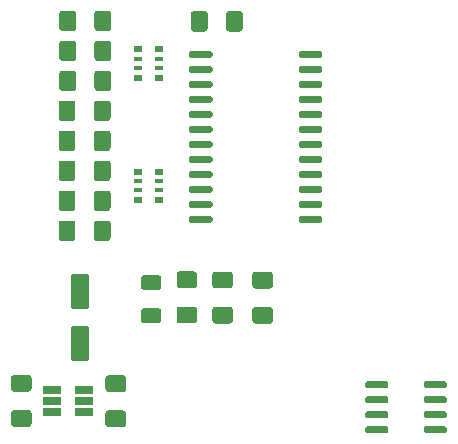
<source format=gbr>
G04 #@! TF.GenerationSoftware,KiCad,Pcbnew,5.1.6-1.fc32*
G04 #@! TF.CreationDate,2020-06-02T17:43:18-04:00*
G04 #@! TF.ProjectId,binarydispattiny,62696e61-7279-4646-9973-70617474696e,0.3*
G04 #@! TF.SameCoordinates,Original*
G04 #@! TF.FileFunction,Paste,Top*
G04 #@! TF.FilePolarity,Positive*
%FSLAX46Y46*%
G04 Gerber Fmt 4.6, Leading zero omitted, Abs format (unit mm)*
G04 Created by KiCad (PCBNEW 5.1.6-1.fc32) date 2020-06-02 17:43:18*
%MOMM*%
%LPD*%
G01*
G04 APERTURE LIST*
%ADD10R,1.560000X0.650000*%
%ADD11R,0.800000X0.500000*%
%ADD12R,0.800000X0.400000*%
G04 APERTURE END LIST*
G36*
G01*
X128539400Y-100748800D02*
X127289400Y-100748800D01*
G75*
G02*
X127039400Y-100498800I0J250000D01*
G01*
X127039400Y-99573800D01*
G75*
G02*
X127289400Y-99323800I250000J0D01*
G01*
X128539400Y-99323800D01*
G75*
G02*
X128789400Y-99573800I0J-250000D01*
G01*
X128789400Y-100498800D01*
G75*
G02*
X128539400Y-100748800I-250000J0D01*
G01*
G37*
G36*
G01*
X128539400Y-103723800D02*
X127289400Y-103723800D01*
G75*
G02*
X127039400Y-103473800I0J250000D01*
G01*
X127039400Y-102548800D01*
G75*
G02*
X127289400Y-102298800I250000J0D01*
G01*
X128539400Y-102298800D01*
G75*
G02*
X128789400Y-102548800I0J-250000D01*
G01*
X128789400Y-103473800D01*
G75*
G02*
X128539400Y-103723800I-250000J0D01*
G01*
G37*
G36*
G01*
X133702900Y-102324200D02*
X134952900Y-102324200D01*
G75*
G02*
X135202900Y-102574200I0J-250000D01*
G01*
X135202900Y-103499200D01*
G75*
G02*
X134952900Y-103749200I-250000J0D01*
G01*
X133702900Y-103749200D01*
G75*
G02*
X133452900Y-103499200I0J250000D01*
G01*
X133452900Y-102574200D01*
G75*
G02*
X133702900Y-102324200I250000J0D01*
G01*
G37*
G36*
G01*
X133702900Y-99349200D02*
X134952900Y-99349200D01*
G75*
G02*
X135202900Y-99599200I0J-250000D01*
G01*
X135202900Y-100524200D01*
G75*
G02*
X134952900Y-100774200I-250000J0D01*
G01*
X133702900Y-100774200D01*
G75*
G02*
X133452900Y-100524200I0J250000D01*
G01*
X133452900Y-99599200D01*
G75*
G02*
X133702900Y-99349200I250000J0D01*
G01*
G37*
G36*
G01*
X131562000Y-100761500D02*
X130312000Y-100761500D01*
G75*
G02*
X130062000Y-100511500I0J250000D01*
G01*
X130062000Y-99586500D01*
G75*
G02*
X130312000Y-99336500I250000J0D01*
G01*
X131562000Y-99336500D01*
G75*
G02*
X131812000Y-99586500I0J-250000D01*
G01*
X131812000Y-100511500D01*
G75*
G02*
X131562000Y-100761500I-250000J0D01*
G01*
G37*
G36*
G01*
X131562000Y-103736500D02*
X130312000Y-103736500D01*
G75*
G02*
X130062000Y-103486500I0J250000D01*
G01*
X130062000Y-102561500D01*
G75*
G02*
X130312000Y-102311500I250000J0D01*
G01*
X131562000Y-102311500D01*
G75*
G02*
X131812000Y-102561500I0J-250000D01*
G01*
X131812000Y-103486500D01*
G75*
G02*
X131562000Y-103736500I-250000J0D01*
G01*
G37*
G36*
G01*
X131229400Y-78768100D02*
X131229400Y-77518100D01*
G75*
G02*
X131479400Y-77268100I250000J0D01*
G01*
X132404400Y-77268100D01*
G75*
G02*
X132654400Y-77518100I0J-250000D01*
G01*
X132654400Y-78768100D01*
G75*
G02*
X132404400Y-79018100I-250000J0D01*
G01*
X131479400Y-79018100D01*
G75*
G02*
X131229400Y-78768100I0J250000D01*
G01*
G37*
G36*
G01*
X128254400Y-78768100D02*
X128254400Y-77518100D01*
G75*
G02*
X128504400Y-77268100I250000J0D01*
G01*
X129429400Y-77268100D01*
G75*
G02*
X129679400Y-77518100I0J-250000D01*
G01*
X129679400Y-78768100D01*
G75*
G02*
X129429400Y-79018100I-250000J0D01*
G01*
X128504400Y-79018100D01*
G75*
G02*
X128254400Y-78768100I0J250000D01*
G01*
G37*
G36*
G01*
X113268600Y-111061800D02*
X114518600Y-111061800D01*
G75*
G02*
X114768600Y-111311800I0J-250000D01*
G01*
X114768600Y-112236800D01*
G75*
G02*
X114518600Y-112486800I-250000J0D01*
G01*
X113268600Y-112486800D01*
G75*
G02*
X113018600Y-112236800I0J250000D01*
G01*
X113018600Y-111311800D01*
G75*
G02*
X113268600Y-111061800I250000J0D01*
G01*
G37*
G36*
G01*
X113268600Y-108086800D02*
X114518600Y-108086800D01*
G75*
G02*
X114768600Y-108336800I0J-250000D01*
G01*
X114768600Y-109261800D01*
G75*
G02*
X114518600Y-109511800I-250000J0D01*
G01*
X113268600Y-109511800D01*
G75*
G02*
X113018600Y-109261800I0J250000D01*
G01*
X113018600Y-108336800D01*
G75*
G02*
X113268600Y-108086800I250000J0D01*
G01*
G37*
G36*
G01*
X122519600Y-109537200D02*
X121269600Y-109537200D01*
G75*
G02*
X121019600Y-109287200I0J250000D01*
G01*
X121019600Y-108362200D01*
G75*
G02*
X121269600Y-108112200I250000J0D01*
G01*
X122519600Y-108112200D01*
G75*
G02*
X122769600Y-108362200I0J-250000D01*
G01*
X122769600Y-109287200D01*
G75*
G02*
X122519600Y-109537200I-250000J0D01*
G01*
G37*
G36*
G01*
X122519600Y-112512200D02*
X121269600Y-112512200D01*
G75*
G02*
X121019600Y-112262200I0J250000D01*
G01*
X121019600Y-111337200D01*
G75*
G02*
X121269600Y-111087200I250000J0D01*
G01*
X122519600Y-111087200D01*
G75*
G02*
X122769600Y-111337200I0J-250000D01*
G01*
X122769600Y-112262200D01*
G75*
G02*
X122519600Y-112512200I-250000J0D01*
G01*
G37*
G36*
G01*
X118478000Y-95260000D02*
X118478000Y-96510000D01*
G75*
G02*
X118228000Y-96760000I-250000J0D01*
G01*
X117303000Y-96760000D01*
G75*
G02*
X117053000Y-96510000I0J250000D01*
G01*
X117053000Y-95260000D01*
G75*
G02*
X117303000Y-95010000I250000J0D01*
G01*
X118228000Y-95010000D01*
G75*
G02*
X118478000Y-95260000I0J-250000D01*
G01*
G37*
G36*
G01*
X121453000Y-95260000D02*
X121453000Y-96510000D01*
G75*
G02*
X121203000Y-96760000I-250000J0D01*
G01*
X120278000Y-96760000D01*
G75*
G02*
X120028000Y-96510000I0J250000D01*
G01*
X120028000Y-95260000D01*
G75*
G02*
X120278000Y-95010000I250000J0D01*
G01*
X121203000Y-95010000D01*
G75*
G02*
X121453000Y-95260000I0J-250000D01*
G01*
G37*
G36*
G01*
X121453000Y-92720000D02*
X121453000Y-93970000D01*
G75*
G02*
X121203000Y-94220000I-250000J0D01*
G01*
X120278000Y-94220000D01*
G75*
G02*
X120028000Y-93970000I0J250000D01*
G01*
X120028000Y-92720000D01*
G75*
G02*
X120278000Y-92470000I250000J0D01*
G01*
X121203000Y-92470000D01*
G75*
G02*
X121453000Y-92720000I0J-250000D01*
G01*
G37*
G36*
G01*
X118478000Y-92720000D02*
X118478000Y-93970000D01*
G75*
G02*
X118228000Y-94220000I-250000J0D01*
G01*
X117303000Y-94220000D01*
G75*
G02*
X117053000Y-93970000I0J250000D01*
G01*
X117053000Y-92720000D01*
G75*
G02*
X117303000Y-92470000I250000J0D01*
G01*
X118228000Y-92470000D01*
G75*
G02*
X118478000Y-92720000I0J-250000D01*
G01*
G37*
G36*
G01*
X118478000Y-90180000D02*
X118478000Y-91430000D01*
G75*
G02*
X118228000Y-91680000I-250000J0D01*
G01*
X117303000Y-91680000D01*
G75*
G02*
X117053000Y-91430000I0J250000D01*
G01*
X117053000Y-90180000D01*
G75*
G02*
X117303000Y-89930000I250000J0D01*
G01*
X118228000Y-89930000D01*
G75*
G02*
X118478000Y-90180000I0J-250000D01*
G01*
G37*
G36*
G01*
X121453000Y-90180000D02*
X121453000Y-91430000D01*
G75*
G02*
X121203000Y-91680000I-250000J0D01*
G01*
X120278000Y-91680000D01*
G75*
G02*
X120028000Y-91430000I0J250000D01*
G01*
X120028000Y-90180000D01*
G75*
G02*
X120278000Y-89930000I250000J0D01*
G01*
X121203000Y-89930000D01*
G75*
G02*
X121453000Y-90180000I0J-250000D01*
G01*
G37*
G36*
G01*
X121453000Y-87640000D02*
X121453000Y-88890000D01*
G75*
G02*
X121203000Y-89140000I-250000J0D01*
G01*
X120278000Y-89140000D01*
G75*
G02*
X120028000Y-88890000I0J250000D01*
G01*
X120028000Y-87640000D01*
G75*
G02*
X120278000Y-87390000I250000J0D01*
G01*
X121203000Y-87390000D01*
G75*
G02*
X121453000Y-87640000I0J-250000D01*
G01*
G37*
G36*
G01*
X118478000Y-87640000D02*
X118478000Y-88890000D01*
G75*
G02*
X118228000Y-89140000I-250000J0D01*
G01*
X117303000Y-89140000D01*
G75*
G02*
X117053000Y-88890000I0J250000D01*
G01*
X117053000Y-87640000D01*
G75*
G02*
X117303000Y-87390000I250000J0D01*
G01*
X118228000Y-87390000D01*
G75*
G02*
X118478000Y-87640000I0J-250000D01*
G01*
G37*
G36*
G01*
X118478000Y-85100000D02*
X118478000Y-86350000D01*
G75*
G02*
X118228000Y-86600000I-250000J0D01*
G01*
X117303000Y-86600000D01*
G75*
G02*
X117053000Y-86350000I0J250000D01*
G01*
X117053000Y-85100000D01*
G75*
G02*
X117303000Y-84850000I250000J0D01*
G01*
X118228000Y-84850000D01*
G75*
G02*
X118478000Y-85100000I0J-250000D01*
G01*
G37*
G36*
G01*
X121453000Y-85100000D02*
X121453000Y-86350000D01*
G75*
G02*
X121203000Y-86600000I-250000J0D01*
G01*
X120278000Y-86600000D01*
G75*
G02*
X120028000Y-86350000I0J250000D01*
G01*
X120028000Y-85100000D01*
G75*
G02*
X120278000Y-84850000I250000J0D01*
G01*
X121203000Y-84850000D01*
G75*
G02*
X121453000Y-85100000I0J-250000D01*
G01*
G37*
G36*
G01*
X121516500Y-82560000D02*
X121516500Y-83810000D01*
G75*
G02*
X121266500Y-84060000I-250000J0D01*
G01*
X120341500Y-84060000D01*
G75*
G02*
X120091500Y-83810000I0J250000D01*
G01*
X120091500Y-82560000D01*
G75*
G02*
X120341500Y-82310000I250000J0D01*
G01*
X121266500Y-82310000D01*
G75*
G02*
X121516500Y-82560000I0J-250000D01*
G01*
G37*
G36*
G01*
X118541500Y-82560000D02*
X118541500Y-83810000D01*
G75*
G02*
X118291500Y-84060000I-250000J0D01*
G01*
X117366500Y-84060000D01*
G75*
G02*
X117116500Y-83810000I0J250000D01*
G01*
X117116500Y-82560000D01*
G75*
G02*
X117366500Y-82310000I250000J0D01*
G01*
X118291500Y-82310000D01*
G75*
G02*
X118541500Y-82560000I0J-250000D01*
G01*
G37*
G36*
G01*
X121516500Y-80020000D02*
X121516500Y-81270000D01*
G75*
G02*
X121266500Y-81520000I-250000J0D01*
G01*
X120341500Y-81520000D01*
G75*
G02*
X120091500Y-81270000I0J250000D01*
G01*
X120091500Y-80020000D01*
G75*
G02*
X120341500Y-79770000I250000J0D01*
G01*
X121266500Y-79770000D01*
G75*
G02*
X121516500Y-80020000I0J-250000D01*
G01*
G37*
G36*
G01*
X118541500Y-80020000D02*
X118541500Y-81270000D01*
G75*
G02*
X118291500Y-81520000I-250000J0D01*
G01*
X117366500Y-81520000D01*
G75*
G02*
X117116500Y-81270000I0J250000D01*
G01*
X117116500Y-80020000D01*
G75*
G02*
X117366500Y-79770000I250000J0D01*
G01*
X118291500Y-79770000D01*
G75*
G02*
X118541500Y-80020000I0J-250000D01*
G01*
G37*
G36*
G01*
X118541500Y-77480000D02*
X118541500Y-78730000D01*
G75*
G02*
X118291500Y-78980000I-250000J0D01*
G01*
X117366500Y-78980000D01*
G75*
G02*
X117116500Y-78730000I0J250000D01*
G01*
X117116500Y-77480000D01*
G75*
G02*
X117366500Y-77230000I250000J0D01*
G01*
X118291500Y-77230000D01*
G75*
G02*
X118541500Y-77480000I0J-250000D01*
G01*
G37*
G36*
G01*
X121516500Y-77480000D02*
X121516500Y-78730000D01*
G75*
G02*
X121266500Y-78980000I-250000J0D01*
G01*
X120341500Y-78980000D01*
G75*
G02*
X120091500Y-78730000I0J250000D01*
G01*
X120091500Y-77480000D01*
G75*
G02*
X120341500Y-77230000I250000J0D01*
G01*
X121266500Y-77230000D01*
G75*
G02*
X121516500Y-77480000I0J-250000D01*
G01*
G37*
G36*
G01*
X143029260Y-109075360D02*
X143029260Y-108775360D01*
G75*
G02*
X143179260Y-108625360I150000J0D01*
G01*
X144829260Y-108625360D01*
G75*
G02*
X144979260Y-108775360I0J-150000D01*
G01*
X144979260Y-109075360D01*
G75*
G02*
X144829260Y-109225360I-150000J0D01*
G01*
X143179260Y-109225360D01*
G75*
G02*
X143029260Y-109075360I0J150000D01*
G01*
G37*
G36*
G01*
X143029260Y-110345360D02*
X143029260Y-110045360D01*
G75*
G02*
X143179260Y-109895360I150000J0D01*
G01*
X144829260Y-109895360D01*
G75*
G02*
X144979260Y-110045360I0J-150000D01*
G01*
X144979260Y-110345360D01*
G75*
G02*
X144829260Y-110495360I-150000J0D01*
G01*
X143179260Y-110495360D01*
G75*
G02*
X143029260Y-110345360I0J150000D01*
G01*
G37*
G36*
G01*
X143029260Y-111615360D02*
X143029260Y-111315360D01*
G75*
G02*
X143179260Y-111165360I150000J0D01*
G01*
X144829260Y-111165360D01*
G75*
G02*
X144979260Y-111315360I0J-150000D01*
G01*
X144979260Y-111615360D01*
G75*
G02*
X144829260Y-111765360I-150000J0D01*
G01*
X143179260Y-111765360D01*
G75*
G02*
X143029260Y-111615360I0J150000D01*
G01*
G37*
G36*
G01*
X143029260Y-112885360D02*
X143029260Y-112585360D01*
G75*
G02*
X143179260Y-112435360I150000J0D01*
G01*
X144829260Y-112435360D01*
G75*
G02*
X144979260Y-112585360I0J-150000D01*
G01*
X144979260Y-112885360D01*
G75*
G02*
X144829260Y-113035360I-150000J0D01*
G01*
X143179260Y-113035360D01*
G75*
G02*
X143029260Y-112885360I0J150000D01*
G01*
G37*
G36*
G01*
X147979260Y-112885360D02*
X147979260Y-112585360D01*
G75*
G02*
X148129260Y-112435360I150000J0D01*
G01*
X149779260Y-112435360D01*
G75*
G02*
X149929260Y-112585360I0J-150000D01*
G01*
X149929260Y-112885360D01*
G75*
G02*
X149779260Y-113035360I-150000J0D01*
G01*
X148129260Y-113035360D01*
G75*
G02*
X147979260Y-112885360I0J150000D01*
G01*
G37*
G36*
G01*
X147979260Y-111615360D02*
X147979260Y-111315360D01*
G75*
G02*
X148129260Y-111165360I150000J0D01*
G01*
X149779260Y-111165360D01*
G75*
G02*
X149929260Y-111315360I0J-150000D01*
G01*
X149929260Y-111615360D01*
G75*
G02*
X149779260Y-111765360I-150000J0D01*
G01*
X148129260Y-111765360D01*
G75*
G02*
X147979260Y-111615360I0J150000D01*
G01*
G37*
G36*
G01*
X147979260Y-110345360D02*
X147979260Y-110045360D01*
G75*
G02*
X148129260Y-109895360I150000J0D01*
G01*
X149779260Y-109895360D01*
G75*
G02*
X149929260Y-110045360I0J-150000D01*
G01*
X149929260Y-110345360D01*
G75*
G02*
X149779260Y-110495360I-150000J0D01*
G01*
X148129260Y-110495360D01*
G75*
G02*
X147979260Y-110345360I0J150000D01*
G01*
G37*
G36*
G01*
X147979260Y-109075360D02*
X147979260Y-108775360D01*
G75*
G02*
X148129260Y-108625360I150000J0D01*
G01*
X149779260Y-108625360D01*
G75*
G02*
X149929260Y-108775360I0J-150000D01*
G01*
X149929260Y-109075360D01*
G75*
G02*
X149779260Y-109225360I-150000J0D01*
G01*
X148129260Y-109225360D01*
G75*
G02*
X147979260Y-109075360I0J150000D01*
G01*
G37*
G36*
G01*
X124266800Y-99643580D02*
X125516800Y-99643580D01*
G75*
G02*
X125766800Y-99893580I0J-250000D01*
G01*
X125766800Y-100643580D01*
G75*
G02*
X125516800Y-100893580I-250000J0D01*
G01*
X124266800Y-100893580D01*
G75*
G02*
X124016800Y-100643580I0J250000D01*
G01*
X124016800Y-99893580D01*
G75*
G02*
X124266800Y-99643580I250000J0D01*
G01*
G37*
G36*
G01*
X124266800Y-102443580D02*
X125516800Y-102443580D01*
G75*
G02*
X125766800Y-102693580I0J-250000D01*
G01*
X125766800Y-103443580D01*
G75*
G02*
X125516800Y-103693580I-250000J0D01*
G01*
X124266800Y-103693580D01*
G75*
G02*
X124016800Y-103443580I0J250000D01*
G01*
X124016800Y-102693580D01*
G75*
G02*
X124266800Y-102443580I250000J0D01*
G01*
G37*
D10*
X116493300Y-109349500D03*
X116493300Y-110299500D03*
X116493300Y-111249500D03*
X119193300Y-111249500D03*
X119193300Y-109349500D03*
X119193300Y-110299500D03*
G36*
G01*
X128088620Y-81105080D02*
X128088620Y-80830080D01*
G75*
G02*
X128226120Y-80692580I137500J0D01*
G01*
X129951120Y-80692580D01*
G75*
G02*
X130088620Y-80830080I0J-137500D01*
G01*
X130088620Y-81105080D01*
G75*
G02*
X129951120Y-81242580I-137500J0D01*
G01*
X128226120Y-81242580D01*
G75*
G02*
X128088620Y-81105080I0J137500D01*
G01*
G37*
G36*
G01*
X128088620Y-82375080D02*
X128088620Y-82100080D01*
G75*
G02*
X128226120Y-81962580I137500J0D01*
G01*
X129951120Y-81962580D01*
G75*
G02*
X130088620Y-82100080I0J-137500D01*
G01*
X130088620Y-82375080D01*
G75*
G02*
X129951120Y-82512580I-137500J0D01*
G01*
X128226120Y-82512580D01*
G75*
G02*
X128088620Y-82375080I0J137500D01*
G01*
G37*
G36*
G01*
X128088620Y-83645080D02*
X128088620Y-83370080D01*
G75*
G02*
X128226120Y-83232580I137500J0D01*
G01*
X129951120Y-83232580D01*
G75*
G02*
X130088620Y-83370080I0J-137500D01*
G01*
X130088620Y-83645080D01*
G75*
G02*
X129951120Y-83782580I-137500J0D01*
G01*
X128226120Y-83782580D01*
G75*
G02*
X128088620Y-83645080I0J137500D01*
G01*
G37*
G36*
G01*
X128088620Y-84915080D02*
X128088620Y-84640080D01*
G75*
G02*
X128226120Y-84502580I137500J0D01*
G01*
X129951120Y-84502580D01*
G75*
G02*
X130088620Y-84640080I0J-137500D01*
G01*
X130088620Y-84915080D01*
G75*
G02*
X129951120Y-85052580I-137500J0D01*
G01*
X128226120Y-85052580D01*
G75*
G02*
X128088620Y-84915080I0J137500D01*
G01*
G37*
G36*
G01*
X128088620Y-86185080D02*
X128088620Y-85910080D01*
G75*
G02*
X128226120Y-85772580I137500J0D01*
G01*
X129951120Y-85772580D01*
G75*
G02*
X130088620Y-85910080I0J-137500D01*
G01*
X130088620Y-86185080D01*
G75*
G02*
X129951120Y-86322580I-137500J0D01*
G01*
X128226120Y-86322580D01*
G75*
G02*
X128088620Y-86185080I0J137500D01*
G01*
G37*
G36*
G01*
X128088620Y-87455080D02*
X128088620Y-87180080D01*
G75*
G02*
X128226120Y-87042580I137500J0D01*
G01*
X129951120Y-87042580D01*
G75*
G02*
X130088620Y-87180080I0J-137500D01*
G01*
X130088620Y-87455080D01*
G75*
G02*
X129951120Y-87592580I-137500J0D01*
G01*
X128226120Y-87592580D01*
G75*
G02*
X128088620Y-87455080I0J137500D01*
G01*
G37*
G36*
G01*
X128088620Y-88725080D02*
X128088620Y-88450080D01*
G75*
G02*
X128226120Y-88312580I137500J0D01*
G01*
X129951120Y-88312580D01*
G75*
G02*
X130088620Y-88450080I0J-137500D01*
G01*
X130088620Y-88725080D01*
G75*
G02*
X129951120Y-88862580I-137500J0D01*
G01*
X128226120Y-88862580D01*
G75*
G02*
X128088620Y-88725080I0J137500D01*
G01*
G37*
G36*
G01*
X128088620Y-89995080D02*
X128088620Y-89720080D01*
G75*
G02*
X128226120Y-89582580I137500J0D01*
G01*
X129951120Y-89582580D01*
G75*
G02*
X130088620Y-89720080I0J-137500D01*
G01*
X130088620Y-89995080D01*
G75*
G02*
X129951120Y-90132580I-137500J0D01*
G01*
X128226120Y-90132580D01*
G75*
G02*
X128088620Y-89995080I0J137500D01*
G01*
G37*
G36*
G01*
X128088620Y-91265080D02*
X128088620Y-90990080D01*
G75*
G02*
X128226120Y-90852580I137500J0D01*
G01*
X129951120Y-90852580D01*
G75*
G02*
X130088620Y-90990080I0J-137500D01*
G01*
X130088620Y-91265080D01*
G75*
G02*
X129951120Y-91402580I-137500J0D01*
G01*
X128226120Y-91402580D01*
G75*
G02*
X128088620Y-91265080I0J137500D01*
G01*
G37*
G36*
G01*
X128088620Y-92535080D02*
X128088620Y-92260080D01*
G75*
G02*
X128226120Y-92122580I137500J0D01*
G01*
X129951120Y-92122580D01*
G75*
G02*
X130088620Y-92260080I0J-137500D01*
G01*
X130088620Y-92535080D01*
G75*
G02*
X129951120Y-92672580I-137500J0D01*
G01*
X128226120Y-92672580D01*
G75*
G02*
X128088620Y-92535080I0J137500D01*
G01*
G37*
G36*
G01*
X128088620Y-93805080D02*
X128088620Y-93530080D01*
G75*
G02*
X128226120Y-93392580I137500J0D01*
G01*
X129951120Y-93392580D01*
G75*
G02*
X130088620Y-93530080I0J-137500D01*
G01*
X130088620Y-93805080D01*
G75*
G02*
X129951120Y-93942580I-137500J0D01*
G01*
X128226120Y-93942580D01*
G75*
G02*
X128088620Y-93805080I0J137500D01*
G01*
G37*
G36*
G01*
X128088620Y-95075080D02*
X128088620Y-94800080D01*
G75*
G02*
X128226120Y-94662580I137500J0D01*
G01*
X129951120Y-94662580D01*
G75*
G02*
X130088620Y-94800080I0J-137500D01*
G01*
X130088620Y-95075080D01*
G75*
G02*
X129951120Y-95212580I-137500J0D01*
G01*
X128226120Y-95212580D01*
G75*
G02*
X128088620Y-95075080I0J137500D01*
G01*
G37*
G36*
G01*
X137388620Y-95075080D02*
X137388620Y-94800080D01*
G75*
G02*
X137526120Y-94662580I137500J0D01*
G01*
X139251120Y-94662580D01*
G75*
G02*
X139388620Y-94800080I0J-137500D01*
G01*
X139388620Y-95075080D01*
G75*
G02*
X139251120Y-95212580I-137500J0D01*
G01*
X137526120Y-95212580D01*
G75*
G02*
X137388620Y-95075080I0J137500D01*
G01*
G37*
G36*
G01*
X137388620Y-93805080D02*
X137388620Y-93530080D01*
G75*
G02*
X137526120Y-93392580I137500J0D01*
G01*
X139251120Y-93392580D01*
G75*
G02*
X139388620Y-93530080I0J-137500D01*
G01*
X139388620Y-93805080D01*
G75*
G02*
X139251120Y-93942580I-137500J0D01*
G01*
X137526120Y-93942580D01*
G75*
G02*
X137388620Y-93805080I0J137500D01*
G01*
G37*
G36*
G01*
X137388620Y-92535080D02*
X137388620Y-92260080D01*
G75*
G02*
X137526120Y-92122580I137500J0D01*
G01*
X139251120Y-92122580D01*
G75*
G02*
X139388620Y-92260080I0J-137500D01*
G01*
X139388620Y-92535080D01*
G75*
G02*
X139251120Y-92672580I-137500J0D01*
G01*
X137526120Y-92672580D01*
G75*
G02*
X137388620Y-92535080I0J137500D01*
G01*
G37*
G36*
G01*
X137388620Y-91265080D02*
X137388620Y-90990080D01*
G75*
G02*
X137526120Y-90852580I137500J0D01*
G01*
X139251120Y-90852580D01*
G75*
G02*
X139388620Y-90990080I0J-137500D01*
G01*
X139388620Y-91265080D01*
G75*
G02*
X139251120Y-91402580I-137500J0D01*
G01*
X137526120Y-91402580D01*
G75*
G02*
X137388620Y-91265080I0J137500D01*
G01*
G37*
G36*
G01*
X137388620Y-89995080D02*
X137388620Y-89720080D01*
G75*
G02*
X137526120Y-89582580I137500J0D01*
G01*
X139251120Y-89582580D01*
G75*
G02*
X139388620Y-89720080I0J-137500D01*
G01*
X139388620Y-89995080D01*
G75*
G02*
X139251120Y-90132580I-137500J0D01*
G01*
X137526120Y-90132580D01*
G75*
G02*
X137388620Y-89995080I0J137500D01*
G01*
G37*
G36*
G01*
X137388620Y-88725080D02*
X137388620Y-88450080D01*
G75*
G02*
X137526120Y-88312580I137500J0D01*
G01*
X139251120Y-88312580D01*
G75*
G02*
X139388620Y-88450080I0J-137500D01*
G01*
X139388620Y-88725080D01*
G75*
G02*
X139251120Y-88862580I-137500J0D01*
G01*
X137526120Y-88862580D01*
G75*
G02*
X137388620Y-88725080I0J137500D01*
G01*
G37*
G36*
G01*
X137388620Y-87455080D02*
X137388620Y-87180080D01*
G75*
G02*
X137526120Y-87042580I137500J0D01*
G01*
X139251120Y-87042580D01*
G75*
G02*
X139388620Y-87180080I0J-137500D01*
G01*
X139388620Y-87455080D01*
G75*
G02*
X139251120Y-87592580I-137500J0D01*
G01*
X137526120Y-87592580D01*
G75*
G02*
X137388620Y-87455080I0J137500D01*
G01*
G37*
G36*
G01*
X137388620Y-86185080D02*
X137388620Y-85910080D01*
G75*
G02*
X137526120Y-85772580I137500J0D01*
G01*
X139251120Y-85772580D01*
G75*
G02*
X139388620Y-85910080I0J-137500D01*
G01*
X139388620Y-86185080D01*
G75*
G02*
X139251120Y-86322580I-137500J0D01*
G01*
X137526120Y-86322580D01*
G75*
G02*
X137388620Y-86185080I0J137500D01*
G01*
G37*
G36*
G01*
X137388620Y-84915080D02*
X137388620Y-84640080D01*
G75*
G02*
X137526120Y-84502580I137500J0D01*
G01*
X139251120Y-84502580D01*
G75*
G02*
X139388620Y-84640080I0J-137500D01*
G01*
X139388620Y-84915080D01*
G75*
G02*
X139251120Y-85052580I-137500J0D01*
G01*
X137526120Y-85052580D01*
G75*
G02*
X137388620Y-84915080I0J137500D01*
G01*
G37*
G36*
G01*
X137388620Y-83645080D02*
X137388620Y-83370080D01*
G75*
G02*
X137526120Y-83232580I137500J0D01*
G01*
X139251120Y-83232580D01*
G75*
G02*
X139388620Y-83370080I0J-137500D01*
G01*
X139388620Y-83645080D01*
G75*
G02*
X139251120Y-83782580I-137500J0D01*
G01*
X137526120Y-83782580D01*
G75*
G02*
X137388620Y-83645080I0J137500D01*
G01*
G37*
G36*
G01*
X137388620Y-82375080D02*
X137388620Y-82100080D01*
G75*
G02*
X137526120Y-81962580I137500J0D01*
G01*
X139251120Y-81962580D01*
G75*
G02*
X139388620Y-82100080I0J-137500D01*
G01*
X139388620Y-82375080D01*
G75*
G02*
X139251120Y-82512580I-137500J0D01*
G01*
X137526120Y-82512580D01*
G75*
G02*
X137388620Y-82375080I0J137500D01*
G01*
G37*
G36*
G01*
X137388620Y-81105080D02*
X137388620Y-80830080D01*
G75*
G02*
X137526120Y-80692580I137500J0D01*
G01*
X139251120Y-80692580D01*
G75*
G02*
X139388620Y-80830080I0J-137500D01*
G01*
X139388620Y-81105080D01*
G75*
G02*
X139251120Y-81242580I-137500J0D01*
G01*
X137526120Y-81242580D01*
G75*
G02*
X137388620Y-81105080I0J137500D01*
G01*
G37*
D11*
X125537800Y-93262300D03*
D12*
X125537800Y-91662300D03*
X125537800Y-92462300D03*
D11*
X125537800Y-90862300D03*
D12*
X123737800Y-92462300D03*
D11*
X123737800Y-93262300D03*
D12*
X123737800Y-91662300D03*
D11*
X123737800Y-90862300D03*
X123737800Y-80511800D03*
D12*
X123737800Y-81311800D03*
D11*
X123737800Y-82911800D03*
D12*
X123737800Y-82111800D03*
D11*
X125537800Y-80511800D03*
D12*
X125537800Y-82111800D03*
X125537800Y-81311800D03*
D11*
X125537800Y-82911800D03*
G36*
G01*
X118322000Y-99525600D02*
X119422000Y-99525600D01*
G75*
G02*
X119672000Y-99775600I0J-250000D01*
G01*
X119672000Y-102275600D01*
G75*
G02*
X119422000Y-102525600I-250000J0D01*
G01*
X118322000Y-102525600D01*
G75*
G02*
X118072000Y-102275600I0J250000D01*
G01*
X118072000Y-99775600D01*
G75*
G02*
X118322000Y-99525600I250000J0D01*
G01*
G37*
G36*
G01*
X118322000Y-103925600D02*
X119422000Y-103925600D01*
G75*
G02*
X119672000Y-104175600I0J-250000D01*
G01*
X119672000Y-106675600D01*
G75*
G02*
X119422000Y-106925600I-250000J0D01*
G01*
X118322000Y-106925600D01*
G75*
G02*
X118072000Y-106675600I0J250000D01*
G01*
X118072000Y-104175600D01*
G75*
G02*
X118322000Y-103925600I250000J0D01*
G01*
G37*
M02*

</source>
